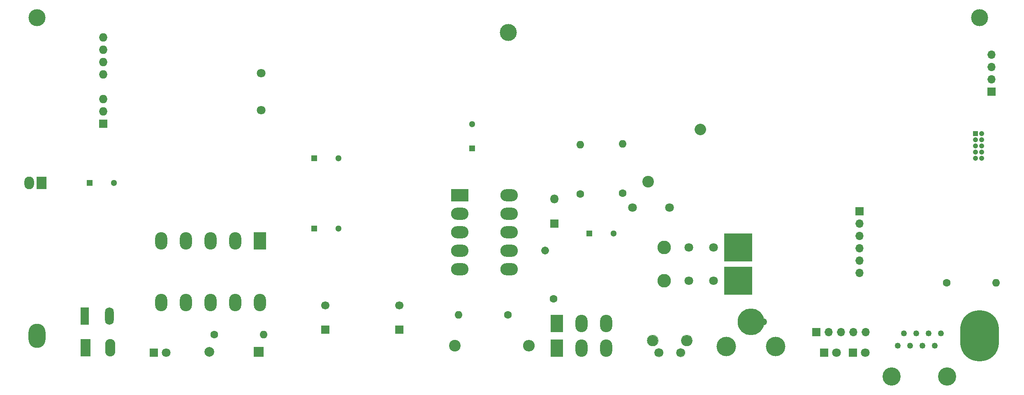
<source format=gbr>
G04 #@! TF.FileFunction,Soldermask,Bot*
%FSLAX46Y46*%
G04 Gerber Fmt 4.6, Leading zero omitted, Abs format (unit mm)*
G04 Created by KiCad (PCBNEW 4.0.2-stable) date 06/03/2018 00:18:55*
%MOMM*%
G01*
G04 APERTURE LIST*
%ADD10C,0.100000*%
%ADD11C,1.998980*%
%ADD12R,1.998980X1.998980*%
%ADD13R,1.300000X1.300000*%
%ADD14C,1.300000*%
%ADD15C,1.700000*%
%ADD16R,1.700000X1.700000*%
%ADD17R,1.727200X1.727200*%
%ADD18O,1.727200X1.727200*%
%ADD19O,3.600000X2.500000*%
%ADD20R,3.600000X2.500000*%
%ADD21O,2.500000X3.600000*%
%ADD22R,2.500000X3.600000*%
%ADD23C,1.600000*%
%ADD24O,1.600000X1.600000*%
%ADD25C,2.400000*%
%ADD26O,2.400000X2.400000*%
%ADD27C,2.400000*%
%ADD28C,3.750000*%
%ADD29C,1.250000*%
%ADD30R,2.100000X3.600000*%
%ADD31O,2.100000X3.600000*%
%ADD32O,1.700000X1.700000*%
%ADD33R,1.050000X1.050000*%
%ADD34C,1.050000*%
%ADD35R,1.800000X1.800000*%
%ADD36C,1.800000*%
%ADD37R,1.800000X3.600000*%
%ADD38O,1.800000X3.600000*%
%ADD39C,2.200000*%
%ADD40C,2.800000*%
%ADD41R,5.800000X5.800000*%
%ADD42C,1.600000*%
%ADD43O,1.800000X1.800000*%
%ADD44C,3.500000*%
%ADD45O,3.500000X5.000000*%
%ADD46O,8.000000X10.500000*%
%ADD47R,2.000000X2.600000*%
%ADD48O,2.000000X2.600000*%
%ADD49C,5.500000*%
%ADD50C,1.500000*%
%ADD51C,4.000000*%
G04 APERTURE END LIST*
D10*
X248893000Y-224500000D02*
G75*
G03X248893000Y-224500000I-1143000J0D01*
G01*
X254389000Y-227000000D02*
G75*
G03X254389000Y-227000000I-889000J0D01*
G01*
X249889000Y-227000000D02*
G75*
G03X249889000Y-227000000I-889000J0D01*
G01*
X255893000Y-224500000D02*
G75*
G03X255893000Y-224500000I-1143000J0D01*
G01*
D11*
X156464000Y-226824540D03*
D12*
X166624000Y-226824540D03*
D13*
X131826000Y-192024000D03*
D14*
X136826000Y-192024000D03*
D13*
X234696000Y-202438000D03*
D14*
X239696000Y-202438000D03*
D13*
X210566000Y-184912000D03*
D14*
X210566000Y-179912000D03*
D15*
X180340000Y-217250000D03*
D16*
X180340000Y-222250000D03*
D15*
X195580000Y-217250000D03*
D16*
X195580000Y-222250000D03*
D13*
X178054000Y-201422000D03*
D14*
X183054000Y-201422000D03*
D17*
X134620000Y-179832000D03*
D18*
X134620000Y-177292000D03*
X134620000Y-174752000D03*
X134620000Y-169672000D03*
X134620000Y-167132000D03*
X134620000Y-164592000D03*
X134620000Y-162052000D03*
D19*
X208026000Y-209804000D03*
X208026000Y-205994000D03*
X218186000Y-209804000D03*
X218186000Y-205994000D03*
X208026000Y-202184000D03*
X208026000Y-198374000D03*
D20*
X208026000Y-194564000D03*
D19*
X218186000Y-194564000D03*
X218186000Y-198374000D03*
X218186000Y-202184000D03*
D21*
X146558000Y-203962000D03*
X151638000Y-203962000D03*
X146558000Y-216662000D03*
X151638000Y-216662000D03*
X156718000Y-203962000D03*
X161798000Y-203962000D03*
D22*
X166878000Y-203962000D03*
D21*
X166878000Y-216662000D03*
X161798000Y-216662000D03*
X156718000Y-216662000D03*
D23*
X217932000Y-219202000D03*
D24*
X207772000Y-219202000D03*
D25*
X207010000Y-225552000D03*
D26*
X222250000Y-225552000D03*
D23*
X157480000Y-223266000D03*
D24*
X167640000Y-223266000D03*
D25*
X246761000Y-191770000D03*
D27*
X257537307Y-180993693D02*
X257537307Y-180993693D01*
D23*
X232791000Y-194310000D03*
D24*
X232791000Y-184150000D03*
D23*
X241554000Y-194183000D03*
D24*
X241554000Y-184023000D03*
D28*
X308356000Y-231902000D03*
D29*
X299466000Y-223012000D03*
D28*
X296924000Y-231902000D03*
D29*
X302006000Y-223012000D03*
X304546000Y-223012000D03*
X307086000Y-223012000D03*
X298196000Y-225552000D03*
X300736000Y-225552000D03*
X303276000Y-225552000D03*
X305816000Y-225552000D03*
D30*
X131000000Y-226000000D03*
D31*
X136080000Y-226000000D03*
D21*
X238160000Y-226080000D03*
X233080000Y-226080000D03*
D22*
X228000000Y-226080000D03*
X228000000Y-221000000D03*
D21*
X233080000Y-221000000D03*
X238160000Y-221000000D03*
D16*
X281432000Y-222758000D03*
D32*
X283972000Y-222758000D03*
X286512000Y-222758000D03*
X289052000Y-222758000D03*
X291592000Y-222758000D03*
D16*
X290322000Y-197866000D03*
D32*
X290322000Y-200406000D03*
X290322000Y-202946000D03*
X290322000Y-205486000D03*
X290322000Y-208026000D03*
X290322000Y-210566000D03*
D33*
X314198000Y-181864000D03*
D34*
X314198000Y-183134000D03*
X314198000Y-184404000D03*
X314198000Y-185674000D03*
X314198000Y-186944000D03*
X315468000Y-183134000D03*
X315468000Y-184404000D03*
X315468000Y-185674000D03*
X315468000Y-186944000D03*
X315468000Y-181864000D03*
D35*
X289000000Y-227000000D03*
D36*
X291540000Y-227000000D03*
D35*
X283000000Y-227000000D03*
D36*
X285540000Y-227000000D03*
D35*
X145000000Y-227000000D03*
D36*
X147540000Y-227000000D03*
D13*
X178054000Y-186944000D03*
D14*
X183054000Y-186944000D03*
D37*
X130810000Y-219456000D03*
D38*
X135890000Y-219456000D03*
D39*
X247750000Y-224500000D03*
X254750000Y-224500000D03*
D15*
X249000000Y-227000000D03*
X253500000Y-227000000D03*
D36*
X260286500Y-212153500D03*
X255206500Y-212153500D03*
D40*
X250126500Y-212153500D03*
D41*
X265366500Y-212153500D03*
D36*
X260286500Y-205359000D03*
X255206500Y-205359000D03*
D40*
X250126500Y-205359000D03*
D41*
X265366500Y-205359000D03*
D23*
X227330000Y-215900000D03*
D42*
X225565735Y-205894353D02*
X225565735Y-205894353D01*
D35*
X227457000Y-200406000D03*
D43*
X227457000Y-195326000D03*
D44*
X315000000Y-158000000D03*
X121000000Y-158000000D03*
D45*
X121000000Y-223500000D03*
D44*
X218000000Y-161000000D03*
D36*
X243586000Y-197104000D03*
X251206000Y-197104000D03*
D46*
X315000000Y-223500000D03*
D16*
X317500000Y-173228000D03*
D32*
X317500000Y-170688000D03*
X317500000Y-168148000D03*
X317500000Y-165608000D03*
D47*
X121920000Y-192024000D03*
D48*
X119380000Y-192024000D03*
D23*
X308229000Y-212598000D03*
D24*
X318389000Y-212598000D03*
D49*
X268000000Y-220620000D03*
D50*
X270540000Y-220620000D03*
D51*
X273080000Y-225700000D03*
X262920000Y-225700000D03*
D36*
X167132000Y-169418000D03*
X167132000Y-177038000D03*
M02*

</source>
